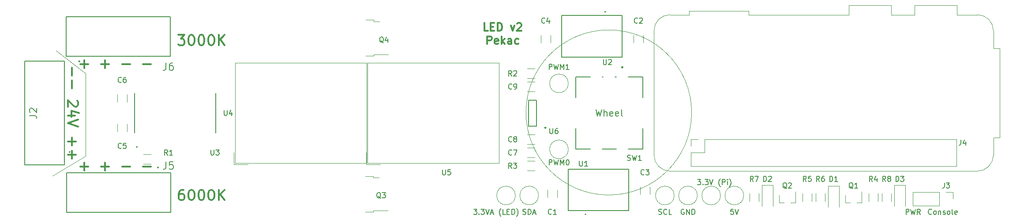
<source format=gbr>
%TF.GenerationSoftware,KiCad,Pcbnew,5.1.9-1*%
%TF.CreationDate,2021-07-13T14:20:52+02:00*%
%TF.ProjectId,led-pekac,6c65642d-7065-46b6-9163-2e6b69636164,rev?*%
%TF.SameCoordinates,Original*%
%TF.FileFunction,Legend,Top*%
%TF.FilePolarity,Positive*%
%FSLAX46Y46*%
G04 Gerber Fmt 4.6, Leading zero omitted, Abs format (unit mm)*
G04 Created by KiCad (PCBNEW 5.1.9-1) date 2021-07-13 14:20:52*
%MOMM*%
%LPD*%
G01*
G04 APERTURE LIST*
%ADD10C,0.300000*%
%ADD11C,0.120000*%
%ADD12C,0.150000*%
%ADD13C,0.250000*%
%ADD14C,0.200000*%
%ADD15C,0.127000*%
%ADD16C,0.249999*%
G04 APERTURE END LIST*
D10*
X170533571Y-64173571D02*
X169819285Y-64173571D01*
X169819285Y-62673571D01*
X171033571Y-63387857D02*
X171533571Y-63387857D01*
X171747857Y-64173571D02*
X171033571Y-64173571D01*
X171033571Y-62673571D01*
X171747857Y-62673571D01*
X172390714Y-64173571D02*
X172390714Y-62673571D01*
X172747857Y-62673571D01*
X172962142Y-62745000D01*
X173105000Y-62887857D01*
X173176428Y-63030714D01*
X173247857Y-63316428D01*
X173247857Y-63530714D01*
X173176428Y-63816428D01*
X173105000Y-63959285D01*
X172962142Y-64102142D01*
X172747857Y-64173571D01*
X172390714Y-64173571D01*
X174890714Y-63173571D02*
X175247857Y-64173571D01*
X175605000Y-63173571D01*
X176105000Y-62816428D02*
X176176428Y-62745000D01*
X176319285Y-62673571D01*
X176676428Y-62673571D01*
X176819285Y-62745000D01*
X176890714Y-62816428D01*
X176962142Y-62959285D01*
X176962142Y-63102142D01*
X176890714Y-63316428D01*
X176033571Y-64173571D01*
X176962142Y-64173571D01*
X170390714Y-66723571D02*
X170390714Y-65223571D01*
X170962142Y-65223571D01*
X171105000Y-65295000D01*
X171176428Y-65366428D01*
X171247857Y-65509285D01*
X171247857Y-65723571D01*
X171176428Y-65866428D01*
X171105000Y-65937857D01*
X170962142Y-66009285D01*
X170390714Y-66009285D01*
X172462142Y-66652142D02*
X172319285Y-66723571D01*
X172033571Y-66723571D01*
X171890714Y-66652142D01*
X171819285Y-66509285D01*
X171819285Y-65937857D01*
X171890714Y-65795000D01*
X172033571Y-65723571D01*
X172319285Y-65723571D01*
X172462142Y-65795000D01*
X172533571Y-65937857D01*
X172533571Y-66080714D01*
X171819285Y-66223571D01*
X173176428Y-66723571D02*
X173176428Y-65223571D01*
X173319285Y-66152142D02*
X173747857Y-66723571D01*
X173747857Y-65723571D02*
X173176428Y-66295000D01*
X175033571Y-66723571D02*
X175033571Y-65937857D01*
X174962142Y-65795000D01*
X174819285Y-65723571D01*
X174533571Y-65723571D01*
X174390714Y-65795000D01*
X175033571Y-66652142D02*
X174890714Y-66723571D01*
X174533571Y-66723571D01*
X174390714Y-66652142D01*
X174319285Y-66509285D01*
X174319285Y-66366428D01*
X174390714Y-66223571D01*
X174533571Y-66152142D01*
X174890714Y-66152142D01*
X175033571Y-66080714D01*
X176390714Y-66652142D02*
X176247857Y-66723571D01*
X175962142Y-66723571D01*
X175819285Y-66652142D01*
X175747857Y-66580714D01*
X175676428Y-66437857D01*
X175676428Y-66009285D01*
X175747857Y-65866428D01*
X175819285Y-65795000D01*
X175962142Y-65723571D01*
X176247857Y-65723571D01*
X176390714Y-65795000D01*
X92298095Y-70627857D02*
X93821904Y-70627857D01*
X93060000Y-71389761D02*
X93060000Y-69865952D01*
X96298095Y-70627857D02*
X97821904Y-70627857D01*
X97060000Y-71389761D02*
X97060000Y-69865952D01*
X100298095Y-70627857D02*
X101821904Y-70627857D01*
X104298095Y-70627857D02*
X105821904Y-70627857D01*
X92298095Y-90312857D02*
X93821904Y-90312857D01*
X93060000Y-91074761D02*
X93060000Y-89550952D01*
X96298095Y-90312857D02*
X97821904Y-90312857D01*
X97060000Y-91074761D02*
X97060000Y-89550952D01*
X100298095Y-90312857D02*
X101821904Y-90312857D01*
X104298095Y-90312857D02*
X105821904Y-90312857D01*
D11*
X93345000Y-88265000D02*
X86995000Y-92075000D01*
X93345000Y-72390000D02*
X93345000Y-88265000D01*
X87630000Y-67945000D02*
X93345000Y-72390000D01*
D10*
X90662142Y-71248095D02*
X90662142Y-72771904D01*
X90662142Y-73724285D02*
X90662142Y-75248095D01*
X91709761Y-77629047D02*
X91805000Y-77724285D01*
X91900238Y-77914761D01*
X91900238Y-78390952D01*
X91805000Y-78581428D01*
X91709761Y-78676666D01*
X91519285Y-78771904D01*
X91328809Y-78771904D01*
X91043095Y-78676666D01*
X89900238Y-77533809D01*
X89900238Y-78771904D01*
X91233571Y-80486190D02*
X89900238Y-80486190D01*
X91995476Y-80010000D02*
X90566904Y-79533809D01*
X90566904Y-80771904D01*
X91900238Y-81248095D02*
X89900238Y-81914761D01*
X91900238Y-82581428D01*
X90662142Y-84771904D02*
X90662142Y-86295714D01*
X89900238Y-85533809D02*
X91424047Y-85533809D01*
X90662142Y-87248095D02*
X90662142Y-88771904D01*
X89900238Y-88010000D02*
X91424047Y-88010000D01*
X112093809Y-94789761D02*
X111712857Y-94789761D01*
X111522380Y-94885000D01*
X111427142Y-94980238D01*
X111236666Y-95265952D01*
X111141428Y-95646904D01*
X111141428Y-96408809D01*
X111236666Y-96599285D01*
X111331904Y-96694523D01*
X111522380Y-96789761D01*
X111903333Y-96789761D01*
X112093809Y-96694523D01*
X112189047Y-96599285D01*
X112284285Y-96408809D01*
X112284285Y-95932619D01*
X112189047Y-95742142D01*
X112093809Y-95646904D01*
X111903333Y-95551666D01*
X111522380Y-95551666D01*
X111331904Y-95646904D01*
X111236666Y-95742142D01*
X111141428Y-95932619D01*
X113522380Y-94789761D02*
X113712857Y-94789761D01*
X113903333Y-94885000D01*
X113998571Y-94980238D01*
X114093809Y-95170714D01*
X114189047Y-95551666D01*
X114189047Y-96027857D01*
X114093809Y-96408809D01*
X113998571Y-96599285D01*
X113903333Y-96694523D01*
X113712857Y-96789761D01*
X113522380Y-96789761D01*
X113331904Y-96694523D01*
X113236666Y-96599285D01*
X113141428Y-96408809D01*
X113046190Y-96027857D01*
X113046190Y-95551666D01*
X113141428Y-95170714D01*
X113236666Y-94980238D01*
X113331904Y-94885000D01*
X113522380Y-94789761D01*
X115427142Y-94789761D02*
X115617619Y-94789761D01*
X115808095Y-94885000D01*
X115903333Y-94980238D01*
X115998571Y-95170714D01*
X116093809Y-95551666D01*
X116093809Y-96027857D01*
X115998571Y-96408809D01*
X115903333Y-96599285D01*
X115808095Y-96694523D01*
X115617619Y-96789761D01*
X115427142Y-96789761D01*
X115236666Y-96694523D01*
X115141428Y-96599285D01*
X115046190Y-96408809D01*
X114950952Y-96027857D01*
X114950952Y-95551666D01*
X115046190Y-95170714D01*
X115141428Y-94980238D01*
X115236666Y-94885000D01*
X115427142Y-94789761D01*
X117331904Y-94789761D02*
X117522380Y-94789761D01*
X117712857Y-94885000D01*
X117808095Y-94980238D01*
X117903333Y-95170714D01*
X117998571Y-95551666D01*
X117998571Y-96027857D01*
X117903333Y-96408809D01*
X117808095Y-96599285D01*
X117712857Y-96694523D01*
X117522380Y-96789761D01*
X117331904Y-96789761D01*
X117141428Y-96694523D01*
X117046190Y-96599285D01*
X116950952Y-96408809D01*
X116855714Y-96027857D01*
X116855714Y-95551666D01*
X116950952Y-95170714D01*
X117046190Y-94980238D01*
X117141428Y-94885000D01*
X117331904Y-94789761D01*
X118855714Y-96789761D02*
X118855714Y-94789761D01*
X119998571Y-96789761D02*
X119141428Y-95646904D01*
X119998571Y-94789761D02*
X118855714Y-95932619D01*
X111046190Y-64944761D02*
X112284285Y-64944761D01*
X111617619Y-65706666D01*
X111903333Y-65706666D01*
X112093809Y-65801904D01*
X112189047Y-65897142D01*
X112284285Y-66087619D01*
X112284285Y-66563809D01*
X112189047Y-66754285D01*
X112093809Y-66849523D01*
X111903333Y-66944761D01*
X111331904Y-66944761D01*
X111141428Y-66849523D01*
X111046190Y-66754285D01*
X113522380Y-64944761D02*
X113712857Y-64944761D01*
X113903333Y-65040000D01*
X113998571Y-65135238D01*
X114093809Y-65325714D01*
X114189047Y-65706666D01*
X114189047Y-66182857D01*
X114093809Y-66563809D01*
X113998571Y-66754285D01*
X113903333Y-66849523D01*
X113712857Y-66944761D01*
X113522380Y-66944761D01*
X113331904Y-66849523D01*
X113236666Y-66754285D01*
X113141428Y-66563809D01*
X113046190Y-66182857D01*
X113046190Y-65706666D01*
X113141428Y-65325714D01*
X113236666Y-65135238D01*
X113331904Y-65040000D01*
X113522380Y-64944761D01*
X115427142Y-64944761D02*
X115617619Y-64944761D01*
X115808095Y-65040000D01*
X115903333Y-65135238D01*
X115998571Y-65325714D01*
X116093809Y-65706666D01*
X116093809Y-66182857D01*
X115998571Y-66563809D01*
X115903333Y-66754285D01*
X115808095Y-66849523D01*
X115617619Y-66944761D01*
X115427142Y-66944761D01*
X115236666Y-66849523D01*
X115141428Y-66754285D01*
X115046190Y-66563809D01*
X114950952Y-66182857D01*
X114950952Y-65706666D01*
X115046190Y-65325714D01*
X115141428Y-65135238D01*
X115236666Y-65040000D01*
X115427142Y-64944761D01*
X117331904Y-64944761D02*
X117522380Y-64944761D01*
X117712857Y-65040000D01*
X117808095Y-65135238D01*
X117903333Y-65325714D01*
X117998571Y-65706666D01*
X117998571Y-66182857D01*
X117903333Y-66563809D01*
X117808095Y-66754285D01*
X117712857Y-66849523D01*
X117522380Y-66944761D01*
X117331904Y-66944761D01*
X117141428Y-66849523D01*
X117046190Y-66754285D01*
X116950952Y-66563809D01*
X116855714Y-66182857D01*
X116855714Y-65706666D01*
X116950952Y-65325714D01*
X117046190Y-65135238D01*
X117141428Y-65040000D01*
X117331904Y-64944761D01*
X118855714Y-66944761D02*
X118855714Y-64944761D01*
X119998571Y-66944761D02*
X119141428Y-65801904D01*
X119998571Y-64944761D02*
X118855714Y-66087619D01*
D11*
X209610890Y-79890000D02*
G75*
G03*
X209610890Y-79890000I-15895890J0D01*
G01*
D12*
%TO.C,SW1*%
X200240000Y-86960000D02*
X197440000Y-86960000D01*
X195140000Y-86960000D02*
X192440000Y-86960000D01*
X190140000Y-86960000D02*
X187340000Y-86960000D01*
X187340000Y-73060000D02*
X187340000Y-77035000D01*
X187340000Y-82985000D02*
X187340000Y-86960000D01*
X200240000Y-73060000D02*
X197440000Y-73060000D01*
X195140000Y-73060000D02*
X194940000Y-73060000D01*
X192640000Y-73060000D02*
X192440000Y-73060000D01*
X190140000Y-73060000D02*
X187340000Y-73060000D01*
X200240000Y-73060000D02*
X200240000Y-77035000D01*
X200240000Y-82985000D02*
X200240000Y-86960000D01*
D13*
X196415000Y-71185000D02*
G75*
G03*
X196415000Y-71185000I-125000J0D01*
G01*
D11*
%TO.C,Q3*%
X148485000Y-92450000D02*
X149585000Y-92450000D01*
X148485000Y-92180000D02*
X148485000Y-92450000D01*
X146985000Y-92180000D02*
X148485000Y-92180000D01*
X148485000Y-98810000D02*
X151315000Y-98810000D01*
X148485000Y-99080000D02*
X148485000Y-98810000D01*
X146985000Y-99080000D02*
X148485000Y-99080000D01*
%TO.C,J4*%
X264450000Y-91190000D02*
X205450000Y-91190000D01*
X202390000Y-88130000D02*
X202390000Y-64130000D01*
X264450000Y-61070000D02*
X260510000Y-61070000D01*
X267510000Y-67570000D02*
X267510000Y-64130000D01*
X260410000Y-90230000D02*
X260410000Y-85030000D01*
X212090000Y-85030000D02*
X260410000Y-85030000D01*
X209490000Y-85030000D02*
X210820000Y-85030000D01*
X209490000Y-86360000D02*
X209490000Y-85030000D01*
X212090000Y-87630000D02*
X212090000Y-85030000D01*
X209490000Y-87630000D02*
X212090000Y-87630000D01*
X209490000Y-90230000D02*
X209490000Y-87630000D01*
X209490000Y-90230000D02*
X260410000Y-90230000D01*
X267510000Y-84690000D02*
X268710000Y-84690000D01*
X268710000Y-84690000D02*
X268710000Y-67570000D01*
X268710000Y-67570000D02*
X267510000Y-67570000D01*
X267510000Y-84690000D02*
X267510000Y-88130000D01*
X260510000Y-61070000D02*
X260510000Y-59270000D01*
X260510000Y-59270000D02*
X252390000Y-59270000D01*
X252390000Y-59270000D02*
X252390000Y-61070000D01*
X247910000Y-61070000D02*
X247910000Y-59270000D01*
X239790000Y-59270000D02*
X239790000Y-61070000D01*
X247910000Y-59270000D02*
X239790000Y-59270000D01*
X252390000Y-61070000D02*
X247910000Y-61070000D01*
X239790000Y-61070000D02*
X220560000Y-61070000D01*
X220560000Y-61070000D02*
X220560000Y-60370000D01*
X220560000Y-60370000D02*
X209140000Y-60370000D01*
X209140000Y-60370000D02*
X209140000Y-61070000D01*
X209140000Y-61070000D02*
X205450000Y-61070000D01*
X267510000Y-64130000D02*
G75*
G03*
X264450000Y-61070000I-3060000J0D01*
G01*
X264450000Y-91190000D02*
G75*
G03*
X267510000Y-88130000I0J3060000D01*
G01*
X202390000Y-88130000D02*
G75*
G03*
X205450000Y-91190000I3060000J0D01*
G01*
X205450000Y-61070000D02*
G75*
G03*
X202390000Y-64130000I0J-3060000D01*
G01*
D14*
%TO.C,J2*%
X90325000Y-87503000D02*
G75*
G03*
X90325000Y-87503000I-100000J0D01*
G01*
D15*
X89225000Y-70003000D02*
X89225000Y-90003000D01*
X81625000Y-90003000D02*
X81625000Y-70003000D01*
X81625000Y-70003000D02*
X89225000Y-70003000D01*
X89225000Y-90003000D02*
X81625000Y-90003000D01*
%TO.C,J6*%
X89575000Y-69032000D02*
X89575000Y-61432000D01*
X109575000Y-61432000D02*
X109575000Y-69032000D01*
X89575000Y-61432000D02*
X109575000Y-61432000D01*
X109575000Y-69032000D02*
X89575000Y-69032000D01*
D14*
X92175000Y-70032000D02*
G75*
G03*
X92175000Y-70032000I-100000J0D01*
G01*
D15*
%TO.C,J5*%
X109688000Y-91496000D02*
X109688000Y-99096000D01*
X89688000Y-99096000D02*
X89688000Y-91496000D01*
X109688000Y-99096000D02*
X89688000Y-99096000D01*
X89688000Y-91496000D02*
X109688000Y-91496000D01*
D14*
X107288000Y-90496000D02*
G75*
G03*
X107288000Y-90496000I-100000J0D01*
G01*
D16*
%TO.C,U6*%
X181645001Y-82815001D02*
G75*
G03*
X181645001Y-82815001I-125001J0D01*
G01*
D12*
X179870001Y-77510000D02*
X178269999Y-77510000D01*
X179870001Y-82510000D02*
X178269999Y-82510000D01*
X178269999Y-77510000D02*
X178269999Y-82510000D01*
X179870001Y-77510000D02*
X179870001Y-82510000D01*
D15*
%TO.C,U3*%
X118265000Y-83810000D02*
X118265000Y-76210000D01*
X102715000Y-83810000D02*
X102715000Y-76210000D01*
D14*
X103250000Y-86520000D02*
G75*
G03*
X103250000Y-86520000I-100000J0D01*
G01*
D15*
%TO.C,U2*%
X196300000Y-61200000D02*
X196300000Y-69200000D01*
X196300000Y-69200000D02*
X184700000Y-69200000D01*
X184700000Y-69200000D02*
X184700000Y-61200000D01*
X184700000Y-61200000D02*
X196300000Y-61200000D01*
D14*
X193140000Y-60500000D02*
G75*
G03*
X193140000Y-60500000I-100000J0D01*
G01*
D15*
%TO.C,U1*%
X185970000Y-98820000D02*
X185970000Y-90820000D01*
X185970000Y-90820000D02*
X197570000Y-90820000D01*
X197570000Y-90820000D02*
X197570000Y-98820000D01*
X197570000Y-98820000D02*
X185970000Y-98820000D01*
D14*
X189330000Y-99520000D02*
G75*
G03*
X189330000Y-99520000I-100000J0D01*
G01*
D11*
%TO.C,TP8*%
X185950000Y-74295000D02*
G75*
G03*
X185950000Y-74295000I-1800000J0D01*
G01*
%TO.C,TP7*%
X185950000Y-86995000D02*
G75*
G03*
X185950000Y-86995000I-1800000J0D01*
G01*
%TO.C,TP6*%
X210715000Y-95885000D02*
G75*
G03*
X210715000Y-95885000I-1800000J0D01*
G01*
%TO.C,TP5*%
X206270000Y-95885000D02*
G75*
G03*
X206270000Y-95885000I-1800000J0D01*
G01*
%TO.C,TP4*%
X180235000Y-95885000D02*
G75*
G03*
X180235000Y-95885000I-1800000J0D01*
G01*
%TO.C,TP3*%
X175790000Y-95885000D02*
G75*
G03*
X175790000Y-95885000I-1800000J0D01*
G01*
%TO.C,TP2*%
X215160000Y-95885000D02*
G75*
G03*
X215160000Y-95885000I-1800000J0D01*
G01*
%TO.C,TP1*%
X219605000Y-95885000D02*
G75*
G03*
X219605000Y-95885000I-1800000J0D01*
G01*
%TO.C,J3*%
X252035000Y-95190000D02*
X252035000Y-97850000D01*
X257175000Y-95190000D02*
X252035000Y-95190000D01*
X257175000Y-97850000D02*
X252035000Y-97850000D01*
X257175000Y-95190000D02*
X257175000Y-97850000D01*
X258445000Y-95190000D02*
X259775000Y-95190000D01*
X259775000Y-95190000D02*
X259775000Y-96520000D01*
%TO.C,R7*%
X220705000Y-95512936D02*
X220705000Y-96967064D01*
X222525000Y-95512936D02*
X222525000Y-96967064D01*
%TO.C,Q1*%
X239085000Y-97280000D02*
X239085000Y-95820000D01*
X242245000Y-97280000D02*
X242245000Y-95120000D01*
X242245000Y-97280000D02*
X241315000Y-97280000D01*
X239085000Y-97280000D02*
X240015000Y-97280000D01*
%TO.C,R5*%
X230865000Y-95512936D02*
X230865000Y-96967064D01*
X232685000Y-95512936D02*
X232685000Y-96967064D01*
%TO.C,Q2*%
X226385000Y-97280000D02*
X226385000Y-95820000D01*
X229545000Y-97280000D02*
X229545000Y-95120000D01*
X229545000Y-97280000D02*
X228615000Y-97280000D01*
X226385000Y-97280000D02*
X227315000Y-97280000D01*
%TO.C,R4*%
X245385000Y-96967064D02*
X245385000Y-95512936D01*
X243565000Y-96967064D02*
X243565000Y-95512936D01*
%TO.C,C3*%
X201570000Y-95668752D02*
X201570000Y-94246248D01*
X199750000Y-95668752D02*
X199750000Y-94246248D01*
%TO.C,C4*%
X180700000Y-65036248D02*
X180700000Y-66458752D01*
X182520000Y-65036248D02*
X182520000Y-66458752D01*
%TO.C,C2*%
X198480000Y-65036248D02*
X198480000Y-66458752D01*
X200300000Y-65036248D02*
X200300000Y-66458752D01*
%TO.C,C1*%
X183790000Y-96253752D02*
X183790000Y-94831248D01*
X181970000Y-96253752D02*
X181970000Y-94831248D01*
%TO.C,U4*%
X147250000Y-89655000D02*
X122000000Y-89655000D01*
X147250000Y-70365000D02*
X147250000Y-89655000D01*
X122000000Y-70365000D02*
X147250000Y-70365000D01*
X122000000Y-89655000D02*
X122000000Y-70365000D01*
X121750000Y-89910000D02*
X124460000Y-89910000D01*
X121750000Y-89910000D02*
X121750000Y-87630000D01*
%TO.C,U5*%
X172650000Y-89655000D02*
X147400000Y-89655000D01*
X172650000Y-70365000D02*
X172650000Y-89655000D01*
X147400000Y-70365000D02*
X172650000Y-70365000D01*
X147400000Y-89655000D02*
X147400000Y-70365000D01*
X147150000Y-89910000D02*
X149860000Y-89910000D01*
X147150000Y-89910000D02*
X147150000Y-87630000D01*
%TO.C,R2*%
X179517064Y-71480000D02*
X178062936Y-71480000D01*
X179517064Y-73300000D02*
X178062936Y-73300000D01*
%TO.C,R6*%
X235225000Y-96967064D02*
X235225000Y-95512936D01*
X233405000Y-96967064D02*
X233405000Y-95512936D01*
%TO.C,D1*%
X235770000Y-94035000D02*
X235770000Y-98120000D01*
X237940000Y-94035000D02*
X235770000Y-94035000D01*
X237940000Y-98120000D02*
X237940000Y-94035000D01*
%TO.C,D2*%
X223070000Y-93880000D02*
X223070000Y-97965000D01*
X225240000Y-93880000D02*
X223070000Y-93880000D01*
X225240000Y-97965000D02*
X225240000Y-93880000D01*
%TO.C,R8*%
X247925000Y-96967064D02*
X247925000Y-95512936D01*
X246105000Y-96967064D02*
X246105000Y-95512936D01*
%TO.C,Q4*%
X148588000Y-62352000D02*
X149688000Y-62352000D01*
X148588000Y-62082000D02*
X148588000Y-62352000D01*
X147088000Y-62082000D02*
X148588000Y-62082000D01*
X148588000Y-68712000D02*
X151418000Y-68712000D01*
X148588000Y-68982000D02*
X148588000Y-68712000D01*
X147088000Y-68982000D02*
X148588000Y-68982000D01*
%TO.C,D3*%
X248470000Y-93880000D02*
X248470000Y-97965000D01*
X250640000Y-93880000D02*
X248470000Y-93880000D01*
X250640000Y-97965000D02*
X250640000Y-93880000D01*
%TO.C,C7*%
X178066248Y-88540000D02*
X179488752Y-88540000D01*
X178066248Y-86720000D02*
X179488752Y-86720000D01*
%TO.C,R3*%
X179517064Y-89260000D02*
X178062936Y-89260000D01*
X179517064Y-91080000D02*
X178062936Y-91080000D01*
%TO.C,C8*%
X178066248Y-86000000D02*
X179488752Y-86000000D01*
X178066248Y-84180000D02*
X179488752Y-84180000D01*
%TO.C,R1*%
X104402936Y-89810000D02*
X105857064Y-89810000D01*
X104402936Y-87990000D02*
X105857064Y-87990000D01*
%TO.C,C9*%
X178066248Y-75840000D02*
X179488752Y-75840000D01*
X178066248Y-74020000D02*
X179488752Y-74020000D01*
%TO.C,C6*%
X101240000Y-77888752D02*
X101240000Y-76466248D01*
X99420000Y-77888752D02*
X99420000Y-76466248D01*
%TO.C,C5*%
X99420000Y-82131248D02*
X99420000Y-83553752D01*
X101240000Y-82131248D02*
X101240000Y-83553752D01*
%TO.C,SW1*%
D12*
X197285357Y-89064761D02*
X197428214Y-89112380D01*
X197666309Y-89112380D01*
X197761547Y-89064761D01*
X197809166Y-89017142D01*
X197856785Y-88921904D01*
X197856785Y-88826666D01*
X197809166Y-88731428D01*
X197761547Y-88683809D01*
X197666309Y-88636190D01*
X197475833Y-88588571D01*
X197380595Y-88540952D01*
X197332976Y-88493333D01*
X197285357Y-88398095D01*
X197285357Y-88302857D01*
X197332976Y-88207619D01*
X197380595Y-88160000D01*
X197475833Y-88112380D01*
X197713928Y-88112380D01*
X197856785Y-88160000D01*
X198190119Y-88112380D02*
X198428214Y-89112380D01*
X198618690Y-88398095D01*
X198809166Y-89112380D01*
X199047261Y-88112380D01*
X199952023Y-89112380D02*
X199380595Y-89112380D01*
X199666309Y-89112380D02*
X199666309Y-88112380D01*
X199571071Y-88255238D01*
X199475833Y-88350476D01*
X199380595Y-88398095D01*
X191250000Y-79314523D02*
X191552380Y-80584523D01*
X191794285Y-79677380D01*
X192036190Y-80584523D01*
X192338571Y-79314523D01*
X192822380Y-80584523D02*
X192822380Y-79314523D01*
X193366666Y-80584523D02*
X193366666Y-79919285D01*
X193306190Y-79798333D01*
X193185238Y-79737857D01*
X193003809Y-79737857D01*
X192882857Y-79798333D01*
X192822380Y-79858809D01*
X194455238Y-80524047D02*
X194334285Y-80584523D01*
X194092380Y-80584523D01*
X193971428Y-80524047D01*
X193910952Y-80403095D01*
X193910952Y-79919285D01*
X193971428Y-79798333D01*
X194092380Y-79737857D01*
X194334285Y-79737857D01*
X194455238Y-79798333D01*
X194515714Y-79919285D01*
X194515714Y-80040238D01*
X193910952Y-80161190D01*
X195543809Y-80524047D02*
X195422857Y-80584523D01*
X195180952Y-80584523D01*
X195060000Y-80524047D01*
X194999523Y-80403095D01*
X194999523Y-79919285D01*
X195060000Y-79798333D01*
X195180952Y-79737857D01*
X195422857Y-79737857D01*
X195543809Y-79798333D01*
X195604285Y-79919285D01*
X195604285Y-80040238D01*
X194999523Y-80161190D01*
X196330000Y-80584523D02*
X196209047Y-80524047D01*
X196148571Y-80403095D01*
X196148571Y-79314523D01*
%TO.C,Q3*%
X149939761Y-96432619D02*
X149844523Y-96385000D01*
X149749285Y-96289761D01*
X149606428Y-96146904D01*
X149511190Y-96099285D01*
X149415952Y-96099285D01*
X149463571Y-96337380D02*
X149368333Y-96289761D01*
X149273095Y-96194523D01*
X149225476Y-96004047D01*
X149225476Y-95670714D01*
X149273095Y-95480238D01*
X149368333Y-95385000D01*
X149463571Y-95337380D01*
X149654047Y-95337380D01*
X149749285Y-95385000D01*
X149844523Y-95480238D01*
X149892142Y-95670714D01*
X149892142Y-96004047D01*
X149844523Y-96194523D01*
X149749285Y-96289761D01*
X149654047Y-96337380D01*
X149463571Y-96337380D01*
X150225476Y-95337380D02*
X150844523Y-95337380D01*
X150511190Y-95718333D01*
X150654047Y-95718333D01*
X150749285Y-95765952D01*
X150796904Y-95813571D01*
X150844523Y-95908809D01*
X150844523Y-96146904D01*
X150796904Y-96242142D01*
X150749285Y-96289761D01*
X150654047Y-96337380D01*
X150368333Y-96337380D01*
X150273095Y-96289761D01*
X150225476Y-96242142D01*
%TO.C,J4*%
X261286666Y-85177380D02*
X261286666Y-85891666D01*
X261239047Y-86034523D01*
X261143809Y-86129761D01*
X261000952Y-86177380D01*
X260905714Y-86177380D01*
X262191428Y-85510714D02*
X262191428Y-86177380D01*
X261953333Y-85129761D02*
X261715238Y-85844047D01*
X262334285Y-85844047D01*
%TO.C,J2*%
X82545333Y-80476666D02*
X83545333Y-80476666D01*
X83745333Y-80543333D01*
X83878666Y-80676666D01*
X83945333Y-80876666D01*
X83945333Y-81010000D01*
X82678666Y-79876666D02*
X82612000Y-79810000D01*
X82545333Y-79676666D01*
X82545333Y-79343333D01*
X82612000Y-79210000D01*
X82678666Y-79143333D01*
X82812000Y-79076666D01*
X82945333Y-79076666D01*
X83145333Y-79143333D01*
X83945333Y-79943333D01*
X83945333Y-79076666D01*
%TO.C,J6*%
X108753333Y-70353333D02*
X108753333Y-71353333D01*
X108686666Y-71553333D01*
X108553333Y-71686666D01*
X108353333Y-71753333D01*
X108220000Y-71753333D01*
X110020000Y-70353333D02*
X109753333Y-70353333D01*
X109620000Y-70420000D01*
X109553333Y-70486666D01*
X109420000Y-70686666D01*
X109353333Y-70953333D01*
X109353333Y-71486666D01*
X109420000Y-71620000D01*
X109486666Y-71686666D01*
X109620000Y-71753333D01*
X109886666Y-71753333D01*
X110020000Y-71686666D01*
X110086666Y-71620000D01*
X110153333Y-71486666D01*
X110153333Y-71153333D01*
X110086666Y-71020000D01*
X110020000Y-70953333D01*
X109886666Y-70886666D01*
X109620000Y-70886666D01*
X109486666Y-70953333D01*
X109420000Y-71020000D01*
X109353333Y-71153333D01*
%TO.C,J5*%
X108753333Y-89403333D02*
X108753333Y-90403333D01*
X108686666Y-90603333D01*
X108553333Y-90736666D01*
X108353333Y-90803333D01*
X108220000Y-90803333D01*
X110086666Y-89403333D02*
X109420000Y-89403333D01*
X109353333Y-90070000D01*
X109420000Y-90003333D01*
X109553333Y-89936666D01*
X109886666Y-89936666D01*
X110020000Y-90003333D01*
X110086666Y-90070000D01*
X110153333Y-90203333D01*
X110153333Y-90536666D01*
X110086666Y-90670000D01*
X110020000Y-90736666D01*
X109886666Y-90803333D01*
X109553333Y-90803333D01*
X109420000Y-90736666D01*
X109353333Y-90670000D01*
%TO.C,U6*%
X182410594Y-82962379D02*
X182410594Y-83771903D01*
X182458213Y-83867141D01*
X182505832Y-83914760D01*
X182601070Y-83962379D01*
X182791546Y-83962379D01*
X182886784Y-83914760D01*
X182934403Y-83867141D01*
X182982022Y-83771903D01*
X182982022Y-82962379D01*
X183886784Y-82962379D02*
X183696308Y-82962379D01*
X183601070Y-83009999D01*
X183553451Y-83057618D01*
X183458213Y-83200475D01*
X183410594Y-83390951D01*
X183410594Y-83771903D01*
X183458213Y-83867141D01*
X183505832Y-83914760D01*
X183601070Y-83962379D01*
X183791546Y-83962379D01*
X183886784Y-83914760D01*
X183934403Y-83867141D01*
X183982022Y-83771903D01*
X183982022Y-83533808D01*
X183934403Y-83438570D01*
X183886784Y-83390951D01*
X183791546Y-83343332D01*
X183601070Y-83343332D01*
X183505832Y-83390951D01*
X183458213Y-83438570D01*
X183410594Y-83533808D01*
%TO.C,U3*%
X117348095Y-87082380D02*
X117348095Y-87891904D01*
X117395714Y-87987142D01*
X117443333Y-88034761D01*
X117538571Y-88082380D01*
X117729047Y-88082380D01*
X117824285Y-88034761D01*
X117871904Y-87987142D01*
X117919523Y-87891904D01*
X117919523Y-87082380D01*
X118300476Y-87082380D02*
X118919523Y-87082380D01*
X118586190Y-87463333D01*
X118729047Y-87463333D01*
X118824285Y-87510952D01*
X118871904Y-87558571D01*
X118919523Y-87653809D01*
X118919523Y-87891904D01*
X118871904Y-87987142D01*
X118824285Y-88034761D01*
X118729047Y-88082380D01*
X118443333Y-88082380D01*
X118348095Y-88034761D01*
X118300476Y-87987142D01*
%TO.C,U2*%
X192663095Y-69687380D02*
X192663095Y-70496904D01*
X192710714Y-70592142D01*
X192758333Y-70639761D01*
X192853571Y-70687380D01*
X193044047Y-70687380D01*
X193139285Y-70639761D01*
X193186904Y-70592142D01*
X193234523Y-70496904D01*
X193234523Y-69687380D01*
X193663095Y-69782619D02*
X193710714Y-69735000D01*
X193805952Y-69687380D01*
X194044047Y-69687380D01*
X194139285Y-69735000D01*
X194186904Y-69782619D01*
X194234523Y-69877857D01*
X194234523Y-69973095D01*
X194186904Y-70115952D01*
X193615476Y-70687380D01*
X194234523Y-70687380D01*
%TO.C,U1*%
X188083095Y-89237380D02*
X188083095Y-90046904D01*
X188130714Y-90142142D01*
X188178333Y-90189761D01*
X188273571Y-90237380D01*
X188464047Y-90237380D01*
X188559285Y-90189761D01*
X188606904Y-90142142D01*
X188654523Y-90046904D01*
X188654523Y-89237380D01*
X189654523Y-90237380D02*
X189083095Y-90237380D01*
X189368809Y-90237380D02*
X189368809Y-89237380D01*
X189273571Y-89380238D01*
X189178333Y-89475476D01*
X189083095Y-89523095D01*
%TO.C,TP8*%
X182269047Y-71572380D02*
X182269047Y-70572380D01*
X182650000Y-70572380D01*
X182745238Y-70620000D01*
X182792857Y-70667619D01*
X182840476Y-70762857D01*
X182840476Y-70905714D01*
X182792857Y-71000952D01*
X182745238Y-71048571D01*
X182650000Y-71096190D01*
X182269047Y-71096190D01*
X183173809Y-70572380D02*
X183411904Y-71572380D01*
X183602380Y-70858095D01*
X183792857Y-71572380D01*
X184030952Y-70572380D01*
X184411904Y-71572380D02*
X184411904Y-70572380D01*
X184745238Y-71286666D01*
X185078571Y-70572380D01*
X185078571Y-71572380D01*
X186078571Y-71572380D02*
X185507142Y-71572380D01*
X185792857Y-71572380D02*
X185792857Y-70572380D01*
X185697619Y-70715238D01*
X185602380Y-70810476D01*
X185507142Y-70858095D01*
%TO.C,TP7*%
X182269047Y-89987380D02*
X182269047Y-88987380D01*
X182650000Y-88987380D01*
X182745238Y-89035000D01*
X182792857Y-89082619D01*
X182840476Y-89177857D01*
X182840476Y-89320714D01*
X182792857Y-89415952D01*
X182745238Y-89463571D01*
X182650000Y-89511190D01*
X182269047Y-89511190D01*
X183173809Y-88987380D02*
X183411904Y-89987380D01*
X183602380Y-89273095D01*
X183792857Y-89987380D01*
X184030952Y-88987380D01*
X184411904Y-89987380D02*
X184411904Y-88987380D01*
X184745238Y-89701666D01*
X185078571Y-88987380D01*
X185078571Y-89987380D01*
X185745238Y-88987380D02*
X185840476Y-88987380D01*
X185935714Y-89035000D01*
X185983333Y-89082619D01*
X186030952Y-89177857D01*
X186078571Y-89368333D01*
X186078571Y-89606428D01*
X186030952Y-89796904D01*
X185983333Y-89892142D01*
X185935714Y-89939761D01*
X185840476Y-89987380D01*
X185745238Y-89987380D01*
X185650000Y-89939761D01*
X185602380Y-89892142D01*
X185554761Y-89796904D01*
X185507142Y-89606428D01*
X185507142Y-89368333D01*
X185554761Y-89177857D01*
X185602380Y-89082619D01*
X185650000Y-89035000D01*
X185745238Y-88987380D01*
%TO.C,TP6*%
X208153095Y-98560000D02*
X208057857Y-98512380D01*
X207915000Y-98512380D01*
X207772142Y-98560000D01*
X207676904Y-98655238D01*
X207629285Y-98750476D01*
X207581666Y-98940952D01*
X207581666Y-99083809D01*
X207629285Y-99274285D01*
X207676904Y-99369523D01*
X207772142Y-99464761D01*
X207915000Y-99512380D01*
X208010238Y-99512380D01*
X208153095Y-99464761D01*
X208200714Y-99417142D01*
X208200714Y-99083809D01*
X208010238Y-99083809D01*
X208629285Y-99512380D02*
X208629285Y-98512380D01*
X209200714Y-99512380D01*
X209200714Y-98512380D01*
X209676904Y-99512380D02*
X209676904Y-98512380D01*
X209915000Y-98512380D01*
X210057857Y-98560000D01*
X210153095Y-98655238D01*
X210200714Y-98750476D01*
X210248333Y-98940952D01*
X210248333Y-99083809D01*
X210200714Y-99274285D01*
X210153095Y-99369523D01*
X210057857Y-99464761D01*
X209915000Y-99512380D01*
X209676904Y-99512380D01*
%TO.C,TP5*%
X203279523Y-99464761D02*
X203422380Y-99512380D01*
X203660476Y-99512380D01*
X203755714Y-99464761D01*
X203803333Y-99417142D01*
X203850952Y-99321904D01*
X203850952Y-99226666D01*
X203803333Y-99131428D01*
X203755714Y-99083809D01*
X203660476Y-99036190D01*
X203470000Y-98988571D01*
X203374761Y-98940952D01*
X203327142Y-98893333D01*
X203279523Y-98798095D01*
X203279523Y-98702857D01*
X203327142Y-98607619D01*
X203374761Y-98560000D01*
X203470000Y-98512380D01*
X203708095Y-98512380D01*
X203850952Y-98560000D01*
X204850952Y-99417142D02*
X204803333Y-99464761D01*
X204660476Y-99512380D01*
X204565238Y-99512380D01*
X204422380Y-99464761D01*
X204327142Y-99369523D01*
X204279523Y-99274285D01*
X204231904Y-99083809D01*
X204231904Y-98940952D01*
X204279523Y-98750476D01*
X204327142Y-98655238D01*
X204422380Y-98560000D01*
X204565238Y-98512380D01*
X204660476Y-98512380D01*
X204803333Y-98560000D01*
X204850952Y-98607619D01*
X205755714Y-99512380D02*
X205279523Y-99512380D01*
X205279523Y-98512380D01*
%TO.C,TP4*%
X177220714Y-99464761D02*
X177363571Y-99512380D01*
X177601666Y-99512380D01*
X177696904Y-99464761D01*
X177744523Y-99417142D01*
X177792142Y-99321904D01*
X177792142Y-99226666D01*
X177744523Y-99131428D01*
X177696904Y-99083809D01*
X177601666Y-99036190D01*
X177411190Y-98988571D01*
X177315952Y-98940952D01*
X177268333Y-98893333D01*
X177220714Y-98798095D01*
X177220714Y-98702857D01*
X177268333Y-98607619D01*
X177315952Y-98560000D01*
X177411190Y-98512380D01*
X177649285Y-98512380D01*
X177792142Y-98560000D01*
X178220714Y-99512380D02*
X178220714Y-98512380D01*
X178458809Y-98512380D01*
X178601666Y-98560000D01*
X178696904Y-98655238D01*
X178744523Y-98750476D01*
X178792142Y-98940952D01*
X178792142Y-99083809D01*
X178744523Y-99274285D01*
X178696904Y-99369523D01*
X178601666Y-99464761D01*
X178458809Y-99512380D01*
X178220714Y-99512380D01*
X179173095Y-99226666D02*
X179649285Y-99226666D01*
X179077857Y-99512380D02*
X179411190Y-98512380D01*
X179744523Y-99512380D01*
%TO.C,TP3*%
X167775476Y-98512380D02*
X168394523Y-98512380D01*
X168061190Y-98893333D01*
X168204047Y-98893333D01*
X168299285Y-98940952D01*
X168346904Y-98988571D01*
X168394523Y-99083809D01*
X168394523Y-99321904D01*
X168346904Y-99417142D01*
X168299285Y-99464761D01*
X168204047Y-99512380D01*
X167918333Y-99512380D01*
X167823095Y-99464761D01*
X167775476Y-99417142D01*
X168823095Y-99417142D02*
X168870714Y-99464761D01*
X168823095Y-99512380D01*
X168775476Y-99464761D01*
X168823095Y-99417142D01*
X168823095Y-99512380D01*
X169204047Y-98512380D02*
X169823095Y-98512380D01*
X169489761Y-98893333D01*
X169632619Y-98893333D01*
X169727857Y-98940952D01*
X169775476Y-98988571D01*
X169823095Y-99083809D01*
X169823095Y-99321904D01*
X169775476Y-99417142D01*
X169727857Y-99464761D01*
X169632619Y-99512380D01*
X169346904Y-99512380D01*
X169251666Y-99464761D01*
X169204047Y-99417142D01*
X170108809Y-98512380D02*
X170442142Y-99512380D01*
X170775476Y-98512380D01*
X171061190Y-99226666D02*
X171537380Y-99226666D01*
X170965952Y-99512380D02*
X171299285Y-98512380D01*
X171632619Y-99512380D01*
X173013571Y-99893333D02*
X172965952Y-99845714D01*
X172870714Y-99702857D01*
X172823095Y-99607619D01*
X172775476Y-99464761D01*
X172727857Y-99226666D01*
X172727857Y-99036190D01*
X172775476Y-98798095D01*
X172823095Y-98655238D01*
X172870714Y-98560000D01*
X172965952Y-98417142D01*
X173013571Y-98369523D01*
X173870714Y-99512380D02*
X173394523Y-99512380D01*
X173394523Y-98512380D01*
X174204047Y-98988571D02*
X174537380Y-98988571D01*
X174680238Y-99512380D02*
X174204047Y-99512380D01*
X174204047Y-98512380D01*
X174680238Y-98512380D01*
X175108809Y-99512380D02*
X175108809Y-98512380D01*
X175346904Y-98512380D01*
X175489761Y-98560000D01*
X175585000Y-98655238D01*
X175632619Y-98750476D01*
X175680238Y-98940952D01*
X175680238Y-99083809D01*
X175632619Y-99274285D01*
X175585000Y-99369523D01*
X175489761Y-99464761D01*
X175346904Y-99512380D01*
X175108809Y-99512380D01*
X176013571Y-99893333D02*
X176061190Y-99845714D01*
X176156428Y-99702857D01*
X176204047Y-99607619D01*
X176251666Y-99464761D01*
X176299285Y-99226666D01*
X176299285Y-99036190D01*
X176251666Y-98798095D01*
X176204047Y-98655238D01*
X176156428Y-98560000D01*
X176061190Y-98417142D01*
X176013571Y-98369523D01*
%TO.C,TP2*%
X210733095Y-92797380D02*
X211352142Y-92797380D01*
X211018809Y-93178333D01*
X211161666Y-93178333D01*
X211256904Y-93225952D01*
X211304523Y-93273571D01*
X211352142Y-93368809D01*
X211352142Y-93606904D01*
X211304523Y-93702142D01*
X211256904Y-93749761D01*
X211161666Y-93797380D01*
X210875952Y-93797380D01*
X210780714Y-93749761D01*
X210733095Y-93702142D01*
X211780714Y-93702142D02*
X211828333Y-93749761D01*
X211780714Y-93797380D01*
X211733095Y-93749761D01*
X211780714Y-93702142D01*
X211780714Y-93797380D01*
X212161666Y-92797380D02*
X212780714Y-92797380D01*
X212447380Y-93178333D01*
X212590238Y-93178333D01*
X212685476Y-93225952D01*
X212733095Y-93273571D01*
X212780714Y-93368809D01*
X212780714Y-93606904D01*
X212733095Y-93702142D01*
X212685476Y-93749761D01*
X212590238Y-93797380D01*
X212304523Y-93797380D01*
X212209285Y-93749761D01*
X212161666Y-93702142D01*
X213066428Y-92797380D02*
X213399761Y-93797380D01*
X213733095Y-92797380D01*
X215114047Y-94178333D02*
X215066428Y-94130714D01*
X214971190Y-93987857D01*
X214923571Y-93892619D01*
X214875952Y-93749761D01*
X214828333Y-93511666D01*
X214828333Y-93321190D01*
X214875952Y-93083095D01*
X214923571Y-92940238D01*
X214971190Y-92845000D01*
X215066428Y-92702142D01*
X215114047Y-92654523D01*
X215495000Y-93797380D02*
X215495000Y-92797380D01*
X215875952Y-92797380D01*
X215971190Y-92845000D01*
X216018809Y-92892619D01*
X216066428Y-92987857D01*
X216066428Y-93130714D01*
X216018809Y-93225952D01*
X215971190Y-93273571D01*
X215875952Y-93321190D01*
X215495000Y-93321190D01*
X216495000Y-93797380D02*
X216495000Y-93130714D01*
X216495000Y-92797380D02*
X216447380Y-92845000D01*
X216495000Y-92892619D01*
X216542619Y-92845000D01*
X216495000Y-92797380D01*
X216495000Y-92892619D01*
X216875952Y-94178333D02*
X216923571Y-94130714D01*
X217018809Y-93987857D01*
X217066428Y-93892619D01*
X217114047Y-93749761D01*
X217161666Y-93511666D01*
X217161666Y-93321190D01*
X217114047Y-93083095D01*
X217066428Y-92940238D01*
X217018809Y-92845000D01*
X216923571Y-92702142D01*
X216875952Y-92654523D01*
%TO.C,TP1*%
X217614523Y-98512380D02*
X217138333Y-98512380D01*
X217090714Y-98988571D01*
X217138333Y-98940952D01*
X217233571Y-98893333D01*
X217471666Y-98893333D01*
X217566904Y-98940952D01*
X217614523Y-98988571D01*
X217662142Y-99083809D01*
X217662142Y-99321904D01*
X217614523Y-99417142D01*
X217566904Y-99464761D01*
X217471666Y-99512380D01*
X217233571Y-99512380D01*
X217138333Y-99464761D01*
X217090714Y-99417142D01*
X217947857Y-98512380D02*
X218281190Y-99512380D01*
X218614523Y-98512380D01*
%TO.C,J3*%
X258111666Y-93432380D02*
X258111666Y-94146666D01*
X258064047Y-94289523D01*
X257968809Y-94384761D01*
X257825952Y-94432380D01*
X257730714Y-94432380D01*
X258492619Y-93432380D02*
X259111666Y-93432380D01*
X258778333Y-93813333D01*
X258921190Y-93813333D01*
X259016428Y-93860952D01*
X259064047Y-93908571D01*
X259111666Y-94003809D01*
X259111666Y-94241904D01*
X259064047Y-94337142D01*
X259016428Y-94384761D01*
X258921190Y-94432380D01*
X258635476Y-94432380D01*
X258540238Y-94384761D01*
X258492619Y-94337142D01*
X255667142Y-99417142D02*
X255619523Y-99464761D01*
X255476666Y-99512380D01*
X255381428Y-99512380D01*
X255238571Y-99464761D01*
X255143333Y-99369523D01*
X255095714Y-99274285D01*
X255048095Y-99083809D01*
X255048095Y-98940952D01*
X255095714Y-98750476D01*
X255143333Y-98655238D01*
X255238571Y-98560000D01*
X255381428Y-98512380D01*
X255476666Y-98512380D01*
X255619523Y-98560000D01*
X255667142Y-98607619D01*
X256238571Y-99512380D02*
X256143333Y-99464761D01*
X256095714Y-99417142D01*
X256048095Y-99321904D01*
X256048095Y-99036190D01*
X256095714Y-98940952D01*
X256143333Y-98893333D01*
X256238571Y-98845714D01*
X256381428Y-98845714D01*
X256476666Y-98893333D01*
X256524285Y-98940952D01*
X256571904Y-99036190D01*
X256571904Y-99321904D01*
X256524285Y-99417142D01*
X256476666Y-99464761D01*
X256381428Y-99512380D01*
X256238571Y-99512380D01*
X257000476Y-98845714D02*
X257000476Y-99512380D01*
X257000476Y-98940952D02*
X257048095Y-98893333D01*
X257143333Y-98845714D01*
X257286190Y-98845714D01*
X257381428Y-98893333D01*
X257429047Y-98988571D01*
X257429047Y-99512380D01*
X257857619Y-99464761D02*
X257952857Y-99512380D01*
X258143333Y-99512380D01*
X258238571Y-99464761D01*
X258286190Y-99369523D01*
X258286190Y-99321904D01*
X258238571Y-99226666D01*
X258143333Y-99179047D01*
X258000476Y-99179047D01*
X257905238Y-99131428D01*
X257857619Y-99036190D01*
X257857619Y-98988571D01*
X257905238Y-98893333D01*
X258000476Y-98845714D01*
X258143333Y-98845714D01*
X258238571Y-98893333D01*
X258857619Y-99512380D02*
X258762380Y-99464761D01*
X258714761Y-99417142D01*
X258667142Y-99321904D01*
X258667142Y-99036190D01*
X258714761Y-98940952D01*
X258762380Y-98893333D01*
X258857619Y-98845714D01*
X259000476Y-98845714D01*
X259095714Y-98893333D01*
X259143333Y-98940952D01*
X259190952Y-99036190D01*
X259190952Y-99321904D01*
X259143333Y-99417142D01*
X259095714Y-99464761D01*
X259000476Y-99512380D01*
X258857619Y-99512380D01*
X259762380Y-99512380D02*
X259667142Y-99464761D01*
X259619523Y-99369523D01*
X259619523Y-98512380D01*
X260524285Y-99464761D02*
X260429047Y-99512380D01*
X260238571Y-99512380D01*
X260143333Y-99464761D01*
X260095714Y-99369523D01*
X260095714Y-98988571D01*
X260143333Y-98893333D01*
X260238571Y-98845714D01*
X260429047Y-98845714D01*
X260524285Y-98893333D01*
X260571904Y-98988571D01*
X260571904Y-99083809D01*
X260095714Y-99179047D01*
%TO.C,R7*%
X221448333Y-93162380D02*
X221115000Y-92686190D01*
X220876904Y-93162380D02*
X220876904Y-92162380D01*
X221257857Y-92162380D01*
X221353095Y-92210000D01*
X221400714Y-92257619D01*
X221448333Y-92352857D01*
X221448333Y-92495714D01*
X221400714Y-92590952D01*
X221353095Y-92638571D01*
X221257857Y-92686190D01*
X220876904Y-92686190D01*
X221781666Y-92162380D02*
X222448333Y-92162380D01*
X222019761Y-93162380D01*
%TO.C,Q1*%
X240569761Y-94527619D02*
X240474523Y-94480000D01*
X240379285Y-94384761D01*
X240236428Y-94241904D01*
X240141190Y-94194285D01*
X240045952Y-94194285D01*
X240093571Y-94432380D02*
X239998333Y-94384761D01*
X239903095Y-94289523D01*
X239855476Y-94099047D01*
X239855476Y-93765714D01*
X239903095Y-93575238D01*
X239998333Y-93480000D01*
X240093571Y-93432380D01*
X240284047Y-93432380D01*
X240379285Y-93480000D01*
X240474523Y-93575238D01*
X240522142Y-93765714D01*
X240522142Y-94099047D01*
X240474523Y-94289523D01*
X240379285Y-94384761D01*
X240284047Y-94432380D01*
X240093571Y-94432380D01*
X241474523Y-94432380D02*
X240903095Y-94432380D01*
X241188809Y-94432380D02*
X241188809Y-93432380D01*
X241093571Y-93575238D01*
X240998333Y-93670476D01*
X240903095Y-93718095D01*
%TO.C,R5*%
X231608333Y-93162380D02*
X231275000Y-92686190D01*
X231036904Y-93162380D02*
X231036904Y-92162380D01*
X231417857Y-92162380D01*
X231513095Y-92210000D01*
X231560714Y-92257619D01*
X231608333Y-92352857D01*
X231608333Y-92495714D01*
X231560714Y-92590952D01*
X231513095Y-92638571D01*
X231417857Y-92686190D01*
X231036904Y-92686190D01*
X232513095Y-92162380D02*
X232036904Y-92162380D01*
X231989285Y-92638571D01*
X232036904Y-92590952D01*
X232132142Y-92543333D01*
X232370238Y-92543333D01*
X232465476Y-92590952D01*
X232513095Y-92638571D01*
X232560714Y-92733809D01*
X232560714Y-92971904D01*
X232513095Y-93067142D01*
X232465476Y-93114761D01*
X232370238Y-93162380D01*
X232132142Y-93162380D01*
X232036904Y-93114761D01*
X231989285Y-93067142D01*
%TO.C,Q2*%
X227869761Y-94527619D02*
X227774523Y-94480000D01*
X227679285Y-94384761D01*
X227536428Y-94241904D01*
X227441190Y-94194285D01*
X227345952Y-94194285D01*
X227393571Y-94432380D02*
X227298333Y-94384761D01*
X227203095Y-94289523D01*
X227155476Y-94099047D01*
X227155476Y-93765714D01*
X227203095Y-93575238D01*
X227298333Y-93480000D01*
X227393571Y-93432380D01*
X227584047Y-93432380D01*
X227679285Y-93480000D01*
X227774523Y-93575238D01*
X227822142Y-93765714D01*
X227822142Y-94099047D01*
X227774523Y-94289523D01*
X227679285Y-94384761D01*
X227584047Y-94432380D01*
X227393571Y-94432380D01*
X228203095Y-93527619D02*
X228250714Y-93480000D01*
X228345952Y-93432380D01*
X228584047Y-93432380D01*
X228679285Y-93480000D01*
X228726904Y-93527619D01*
X228774523Y-93622857D01*
X228774523Y-93718095D01*
X228726904Y-93860952D01*
X228155476Y-94432380D01*
X228774523Y-94432380D01*
%TO.C,R4*%
X244308333Y-93162380D02*
X243975000Y-92686190D01*
X243736904Y-93162380D02*
X243736904Y-92162380D01*
X244117857Y-92162380D01*
X244213095Y-92210000D01*
X244260714Y-92257619D01*
X244308333Y-92352857D01*
X244308333Y-92495714D01*
X244260714Y-92590952D01*
X244213095Y-92638571D01*
X244117857Y-92686190D01*
X243736904Y-92686190D01*
X245165476Y-92495714D02*
X245165476Y-93162380D01*
X244927380Y-92114761D02*
X244689285Y-92829047D01*
X245308333Y-92829047D01*
%TO.C,C3*%
X200493333Y-91797142D02*
X200445714Y-91844761D01*
X200302857Y-91892380D01*
X200207619Y-91892380D01*
X200064761Y-91844761D01*
X199969523Y-91749523D01*
X199921904Y-91654285D01*
X199874285Y-91463809D01*
X199874285Y-91320952D01*
X199921904Y-91130476D01*
X199969523Y-91035238D01*
X200064761Y-90940000D01*
X200207619Y-90892380D01*
X200302857Y-90892380D01*
X200445714Y-90940000D01*
X200493333Y-90987619D01*
X200826666Y-90892380D02*
X201445714Y-90892380D01*
X201112380Y-91273333D01*
X201255238Y-91273333D01*
X201350476Y-91320952D01*
X201398095Y-91368571D01*
X201445714Y-91463809D01*
X201445714Y-91701904D01*
X201398095Y-91797142D01*
X201350476Y-91844761D01*
X201255238Y-91892380D01*
X200969523Y-91892380D01*
X200874285Y-91844761D01*
X200826666Y-91797142D01*
%TO.C,C4*%
X181443333Y-62587142D02*
X181395714Y-62634761D01*
X181252857Y-62682380D01*
X181157619Y-62682380D01*
X181014761Y-62634761D01*
X180919523Y-62539523D01*
X180871904Y-62444285D01*
X180824285Y-62253809D01*
X180824285Y-62110952D01*
X180871904Y-61920476D01*
X180919523Y-61825238D01*
X181014761Y-61730000D01*
X181157619Y-61682380D01*
X181252857Y-61682380D01*
X181395714Y-61730000D01*
X181443333Y-61777619D01*
X182300476Y-62015714D02*
X182300476Y-62682380D01*
X182062380Y-61634761D02*
X181824285Y-62349047D01*
X182443333Y-62349047D01*
%TO.C,C2*%
X199223333Y-62587142D02*
X199175714Y-62634761D01*
X199032857Y-62682380D01*
X198937619Y-62682380D01*
X198794761Y-62634761D01*
X198699523Y-62539523D01*
X198651904Y-62444285D01*
X198604285Y-62253809D01*
X198604285Y-62110952D01*
X198651904Y-61920476D01*
X198699523Y-61825238D01*
X198794761Y-61730000D01*
X198937619Y-61682380D01*
X199032857Y-61682380D01*
X199175714Y-61730000D01*
X199223333Y-61777619D01*
X199604285Y-61777619D02*
X199651904Y-61730000D01*
X199747142Y-61682380D01*
X199985238Y-61682380D01*
X200080476Y-61730000D01*
X200128095Y-61777619D01*
X200175714Y-61872857D01*
X200175714Y-61968095D01*
X200128095Y-62110952D01*
X199556666Y-62682380D01*
X200175714Y-62682380D01*
%TO.C,C1*%
X182713333Y-99417142D02*
X182665714Y-99464761D01*
X182522857Y-99512380D01*
X182427619Y-99512380D01*
X182284761Y-99464761D01*
X182189523Y-99369523D01*
X182141904Y-99274285D01*
X182094285Y-99083809D01*
X182094285Y-98940952D01*
X182141904Y-98750476D01*
X182189523Y-98655238D01*
X182284761Y-98560000D01*
X182427619Y-98512380D01*
X182522857Y-98512380D01*
X182665714Y-98560000D01*
X182713333Y-98607619D01*
X183665714Y-99512380D02*
X183094285Y-99512380D01*
X183380000Y-99512380D02*
X183380000Y-98512380D01*
X183284761Y-98655238D01*
X183189523Y-98750476D01*
X183094285Y-98798095D01*
%TO.C,U4*%
X119888095Y-79462380D02*
X119888095Y-80271904D01*
X119935714Y-80367142D01*
X119983333Y-80414761D01*
X120078571Y-80462380D01*
X120269047Y-80462380D01*
X120364285Y-80414761D01*
X120411904Y-80367142D01*
X120459523Y-80271904D01*
X120459523Y-79462380D01*
X121364285Y-79795714D02*
X121364285Y-80462380D01*
X121126190Y-79414761D02*
X120888095Y-80129047D01*
X121507142Y-80129047D01*
%TO.C,U5*%
X161798095Y-90892380D02*
X161798095Y-91701904D01*
X161845714Y-91797142D01*
X161893333Y-91844761D01*
X161988571Y-91892380D01*
X162179047Y-91892380D01*
X162274285Y-91844761D01*
X162321904Y-91797142D01*
X162369523Y-91701904D01*
X162369523Y-90892380D01*
X163321904Y-90892380D02*
X162845714Y-90892380D01*
X162798095Y-91368571D01*
X162845714Y-91320952D01*
X162940952Y-91273333D01*
X163179047Y-91273333D01*
X163274285Y-91320952D01*
X163321904Y-91368571D01*
X163369523Y-91463809D01*
X163369523Y-91701904D01*
X163321904Y-91797142D01*
X163274285Y-91844761D01*
X163179047Y-91892380D01*
X162940952Y-91892380D01*
X162845714Y-91844761D01*
X162798095Y-91797142D01*
%TO.C,R2*%
X175093333Y-72842380D02*
X174760000Y-72366190D01*
X174521904Y-72842380D02*
X174521904Y-71842380D01*
X174902857Y-71842380D01*
X174998095Y-71890000D01*
X175045714Y-71937619D01*
X175093333Y-72032857D01*
X175093333Y-72175714D01*
X175045714Y-72270952D01*
X174998095Y-72318571D01*
X174902857Y-72366190D01*
X174521904Y-72366190D01*
X175474285Y-71937619D02*
X175521904Y-71890000D01*
X175617142Y-71842380D01*
X175855238Y-71842380D01*
X175950476Y-71890000D01*
X175998095Y-71937619D01*
X176045714Y-72032857D01*
X176045714Y-72128095D01*
X175998095Y-72270952D01*
X175426666Y-72842380D01*
X176045714Y-72842380D01*
%TO.C,R6*%
X234148333Y-93162380D02*
X233815000Y-92686190D01*
X233576904Y-93162380D02*
X233576904Y-92162380D01*
X233957857Y-92162380D01*
X234053095Y-92210000D01*
X234100714Y-92257619D01*
X234148333Y-92352857D01*
X234148333Y-92495714D01*
X234100714Y-92590952D01*
X234053095Y-92638571D01*
X233957857Y-92686190D01*
X233576904Y-92686190D01*
X235005476Y-92162380D02*
X234815000Y-92162380D01*
X234719761Y-92210000D01*
X234672142Y-92257619D01*
X234576904Y-92400476D01*
X234529285Y-92590952D01*
X234529285Y-92971904D01*
X234576904Y-93067142D01*
X234624523Y-93114761D01*
X234719761Y-93162380D01*
X234910238Y-93162380D01*
X235005476Y-93114761D01*
X235053095Y-93067142D01*
X235100714Y-92971904D01*
X235100714Y-92733809D01*
X235053095Y-92638571D01*
X235005476Y-92590952D01*
X234910238Y-92543333D01*
X234719761Y-92543333D01*
X234624523Y-92590952D01*
X234576904Y-92638571D01*
X234529285Y-92733809D01*
%TO.C,D1*%
X236116904Y-93162380D02*
X236116904Y-92162380D01*
X236355000Y-92162380D01*
X236497857Y-92210000D01*
X236593095Y-92305238D01*
X236640714Y-92400476D01*
X236688333Y-92590952D01*
X236688333Y-92733809D01*
X236640714Y-92924285D01*
X236593095Y-93019523D01*
X236497857Y-93114761D01*
X236355000Y-93162380D01*
X236116904Y-93162380D01*
X237640714Y-93162380D02*
X237069285Y-93162380D01*
X237355000Y-93162380D02*
X237355000Y-92162380D01*
X237259761Y-92305238D01*
X237164523Y-92400476D01*
X237069285Y-92448095D01*
%TO.C,D2*%
X223416904Y-93162380D02*
X223416904Y-92162380D01*
X223655000Y-92162380D01*
X223797857Y-92210000D01*
X223893095Y-92305238D01*
X223940714Y-92400476D01*
X223988333Y-92590952D01*
X223988333Y-92733809D01*
X223940714Y-92924285D01*
X223893095Y-93019523D01*
X223797857Y-93114761D01*
X223655000Y-93162380D01*
X223416904Y-93162380D01*
X224369285Y-92257619D02*
X224416904Y-92210000D01*
X224512142Y-92162380D01*
X224750238Y-92162380D01*
X224845476Y-92210000D01*
X224893095Y-92257619D01*
X224940714Y-92352857D01*
X224940714Y-92448095D01*
X224893095Y-92590952D01*
X224321666Y-93162380D01*
X224940714Y-93162380D01*
%TO.C,R8*%
X246848333Y-93162380D02*
X246515000Y-92686190D01*
X246276904Y-93162380D02*
X246276904Y-92162380D01*
X246657857Y-92162380D01*
X246753095Y-92210000D01*
X246800714Y-92257619D01*
X246848333Y-92352857D01*
X246848333Y-92495714D01*
X246800714Y-92590952D01*
X246753095Y-92638571D01*
X246657857Y-92686190D01*
X246276904Y-92686190D01*
X247419761Y-92590952D02*
X247324523Y-92543333D01*
X247276904Y-92495714D01*
X247229285Y-92400476D01*
X247229285Y-92352857D01*
X247276904Y-92257619D01*
X247324523Y-92210000D01*
X247419761Y-92162380D01*
X247610238Y-92162380D01*
X247705476Y-92210000D01*
X247753095Y-92257619D01*
X247800714Y-92352857D01*
X247800714Y-92400476D01*
X247753095Y-92495714D01*
X247705476Y-92543333D01*
X247610238Y-92590952D01*
X247419761Y-92590952D01*
X247324523Y-92638571D01*
X247276904Y-92686190D01*
X247229285Y-92781428D01*
X247229285Y-92971904D01*
X247276904Y-93067142D01*
X247324523Y-93114761D01*
X247419761Y-93162380D01*
X247610238Y-93162380D01*
X247705476Y-93114761D01*
X247753095Y-93067142D01*
X247800714Y-92971904D01*
X247800714Y-92781428D01*
X247753095Y-92686190D01*
X247705476Y-92638571D01*
X247610238Y-92590952D01*
%TO.C,Q4*%
X150467761Y-66459619D02*
X150372523Y-66412000D01*
X150277285Y-66316761D01*
X150134428Y-66173904D01*
X150039190Y-66126285D01*
X149943952Y-66126285D01*
X149991571Y-66364380D02*
X149896333Y-66316761D01*
X149801095Y-66221523D01*
X149753476Y-66031047D01*
X149753476Y-65697714D01*
X149801095Y-65507238D01*
X149896333Y-65412000D01*
X149991571Y-65364380D01*
X150182047Y-65364380D01*
X150277285Y-65412000D01*
X150372523Y-65507238D01*
X150420142Y-65697714D01*
X150420142Y-66031047D01*
X150372523Y-66221523D01*
X150277285Y-66316761D01*
X150182047Y-66364380D01*
X149991571Y-66364380D01*
X151277285Y-65697714D02*
X151277285Y-66364380D01*
X151039190Y-65316761D02*
X150801095Y-66031047D01*
X151420142Y-66031047D01*
%TO.C,D3*%
X248816904Y-93162380D02*
X248816904Y-92162380D01*
X249055000Y-92162380D01*
X249197857Y-92210000D01*
X249293095Y-92305238D01*
X249340714Y-92400476D01*
X249388333Y-92590952D01*
X249388333Y-92733809D01*
X249340714Y-92924285D01*
X249293095Y-93019523D01*
X249197857Y-93114761D01*
X249055000Y-93162380D01*
X248816904Y-93162380D01*
X249721666Y-92162380D02*
X250340714Y-92162380D01*
X250007380Y-92543333D01*
X250150238Y-92543333D01*
X250245476Y-92590952D01*
X250293095Y-92638571D01*
X250340714Y-92733809D01*
X250340714Y-92971904D01*
X250293095Y-93067142D01*
X250245476Y-93114761D01*
X250150238Y-93162380D01*
X249864523Y-93162380D01*
X249769285Y-93114761D01*
X249721666Y-93067142D01*
X250761666Y-99512380D02*
X250761666Y-98512380D01*
X251142619Y-98512380D01*
X251237857Y-98560000D01*
X251285476Y-98607619D01*
X251333095Y-98702857D01*
X251333095Y-98845714D01*
X251285476Y-98940952D01*
X251237857Y-98988571D01*
X251142619Y-99036190D01*
X250761666Y-99036190D01*
X251666428Y-98512380D02*
X251904523Y-99512380D01*
X252095000Y-98798095D01*
X252285476Y-99512380D01*
X252523571Y-98512380D01*
X253475952Y-99512380D02*
X253142619Y-99036190D01*
X252904523Y-99512380D02*
X252904523Y-98512380D01*
X253285476Y-98512380D01*
X253380714Y-98560000D01*
X253428333Y-98607619D01*
X253475952Y-98702857D01*
X253475952Y-98845714D01*
X253428333Y-98940952D01*
X253380714Y-98988571D01*
X253285476Y-99036190D01*
X252904523Y-99036190D01*
%TO.C,C7*%
X175093333Y-87987142D02*
X175045714Y-88034761D01*
X174902857Y-88082380D01*
X174807619Y-88082380D01*
X174664761Y-88034761D01*
X174569523Y-87939523D01*
X174521904Y-87844285D01*
X174474285Y-87653809D01*
X174474285Y-87510952D01*
X174521904Y-87320476D01*
X174569523Y-87225238D01*
X174664761Y-87130000D01*
X174807619Y-87082380D01*
X174902857Y-87082380D01*
X175045714Y-87130000D01*
X175093333Y-87177619D01*
X175426666Y-87082380D02*
X176093333Y-87082380D01*
X175664761Y-88082380D01*
%TO.C,R3*%
X175093333Y-90622380D02*
X174760000Y-90146190D01*
X174521904Y-90622380D02*
X174521904Y-89622380D01*
X174902857Y-89622380D01*
X174998095Y-89670000D01*
X175045714Y-89717619D01*
X175093333Y-89812857D01*
X175093333Y-89955714D01*
X175045714Y-90050952D01*
X174998095Y-90098571D01*
X174902857Y-90146190D01*
X174521904Y-90146190D01*
X175426666Y-89622380D02*
X176045714Y-89622380D01*
X175712380Y-90003333D01*
X175855238Y-90003333D01*
X175950476Y-90050952D01*
X175998095Y-90098571D01*
X176045714Y-90193809D01*
X176045714Y-90431904D01*
X175998095Y-90527142D01*
X175950476Y-90574761D01*
X175855238Y-90622380D01*
X175569523Y-90622380D01*
X175474285Y-90574761D01*
X175426666Y-90527142D01*
%TO.C,C8*%
X175093333Y-85447142D02*
X175045714Y-85494761D01*
X174902857Y-85542380D01*
X174807619Y-85542380D01*
X174664761Y-85494761D01*
X174569523Y-85399523D01*
X174521904Y-85304285D01*
X174474285Y-85113809D01*
X174474285Y-84970952D01*
X174521904Y-84780476D01*
X174569523Y-84685238D01*
X174664761Y-84590000D01*
X174807619Y-84542380D01*
X174902857Y-84542380D01*
X175045714Y-84590000D01*
X175093333Y-84637619D01*
X175664761Y-84970952D02*
X175569523Y-84923333D01*
X175521904Y-84875714D01*
X175474285Y-84780476D01*
X175474285Y-84732857D01*
X175521904Y-84637619D01*
X175569523Y-84590000D01*
X175664761Y-84542380D01*
X175855238Y-84542380D01*
X175950476Y-84590000D01*
X175998095Y-84637619D01*
X176045714Y-84732857D01*
X176045714Y-84780476D01*
X175998095Y-84875714D01*
X175950476Y-84923333D01*
X175855238Y-84970952D01*
X175664761Y-84970952D01*
X175569523Y-85018571D01*
X175521904Y-85066190D01*
X175474285Y-85161428D01*
X175474285Y-85351904D01*
X175521904Y-85447142D01*
X175569523Y-85494761D01*
X175664761Y-85542380D01*
X175855238Y-85542380D01*
X175950476Y-85494761D01*
X175998095Y-85447142D01*
X176045714Y-85351904D01*
X176045714Y-85161428D01*
X175998095Y-85066190D01*
X175950476Y-85018571D01*
X175855238Y-84970952D01*
%TO.C,R1*%
X109053333Y-88082380D02*
X108720000Y-87606190D01*
X108481904Y-88082380D02*
X108481904Y-87082380D01*
X108862857Y-87082380D01*
X108958095Y-87130000D01*
X109005714Y-87177619D01*
X109053333Y-87272857D01*
X109053333Y-87415714D01*
X109005714Y-87510952D01*
X108958095Y-87558571D01*
X108862857Y-87606190D01*
X108481904Y-87606190D01*
X110005714Y-88082380D02*
X109434285Y-88082380D01*
X109720000Y-88082380D02*
X109720000Y-87082380D01*
X109624761Y-87225238D01*
X109529523Y-87320476D01*
X109434285Y-87368095D01*
%TO.C,C9*%
X175093333Y-75287142D02*
X175045714Y-75334761D01*
X174902857Y-75382380D01*
X174807619Y-75382380D01*
X174664761Y-75334761D01*
X174569523Y-75239523D01*
X174521904Y-75144285D01*
X174474285Y-74953809D01*
X174474285Y-74810952D01*
X174521904Y-74620476D01*
X174569523Y-74525238D01*
X174664761Y-74430000D01*
X174807619Y-74382380D01*
X174902857Y-74382380D01*
X175045714Y-74430000D01*
X175093333Y-74477619D01*
X175569523Y-75382380D02*
X175760000Y-75382380D01*
X175855238Y-75334761D01*
X175902857Y-75287142D01*
X175998095Y-75144285D01*
X176045714Y-74953809D01*
X176045714Y-74572857D01*
X175998095Y-74477619D01*
X175950476Y-74430000D01*
X175855238Y-74382380D01*
X175664761Y-74382380D01*
X175569523Y-74430000D01*
X175521904Y-74477619D01*
X175474285Y-74572857D01*
X175474285Y-74810952D01*
X175521904Y-74906190D01*
X175569523Y-74953809D01*
X175664761Y-75001428D01*
X175855238Y-75001428D01*
X175950476Y-74953809D01*
X175998095Y-74906190D01*
X176045714Y-74810952D01*
%TO.C,C6*%
X100163333Y-74017142D02*
X100115714Y-74064761D01*
X99972857Y-74112380D01*
X99877619Y-74112380D01*
X99734761Y-74064761D01*
X99639523Y-73969523D01*
X99591904Y-73874285D01*
X99544285Y-73683809D01*
X99544285Y-73540952D01*
X99591904Y-73350476D01*
X99639523Y-73255238D01*
X99734761Y-73160000D01*
X99877619Y-73112380D01*
X99972857Y-73112380D01*
X100115714Y-73160000D01*
X100163333Y-73207619D01*
X101020476Y-73112380D02*
X100830000Y-73112380D01*
X100734761Y-73160000D01*
X100687142Y-73207619D01*
X100591904Y-73350476D01*
X100544285Y-73540952D01*
X100544285Y-73921904D01*
X100591904Y-74017142D01*
X100639523Y-74064761D01*
X100734761Y-74112380D01*
X100925238Y-74112380D01*
X101020476Y-74064761D01*
X101068095Y-74017142D01*
X101115714Y-73921904D01*
X101115714Y-73683809D01*
X101068095Y-73588571D01*
X101020476Y-73540952D01*
X100925238Y-73493333D01*
X100734761Y-73493333D01*
X100639523Y-73540952D01*
X100591904Y-73588571D01*
X100544285Y-73683809D01*
%TO.C,C5*%
X100163333Y-86717142D02*
X100115714Y-86764761D01*
X99972857Y-86812380D01*
X99877619Y-86812380D01*
X99734761Y-86764761D01*
X99639523Y-86669523D01*
X99591904Y-86574285D01*
X99544285Y-86383809D01*
X99544285Y-86240952D01*
X99591904Y-86050476D01*
X99639523Y-85955238D01*
X99734761Y-85860000D01*
X99877619Y-85812380D01*
X99972857Y-85812380D01*
X100115714Y-85860000D01*
X100163333Y-85907619D01*
X101068095Y-85812380D02*
X100591904Y-85812380D01*
X100544285Y-86288571D01*
X100591904Y-86240952D01*
X100687142Y-86193333D01*
X100925238Y-86193333D01*
X101020476Y-86240952D01*
X101068095Y-86288571D01*
X101115714Y-86383809D01*
X101115714Y-86621904D01*
X101068095Y-86717142D01*
X101020476Y-86764761D01*
X100925238Y-86812380D01*
X100687142Y-86812380D01*
X100591904Y-86764761D01*
X100544285Y-86717142D01*
%TD*%
M02*

</source>
